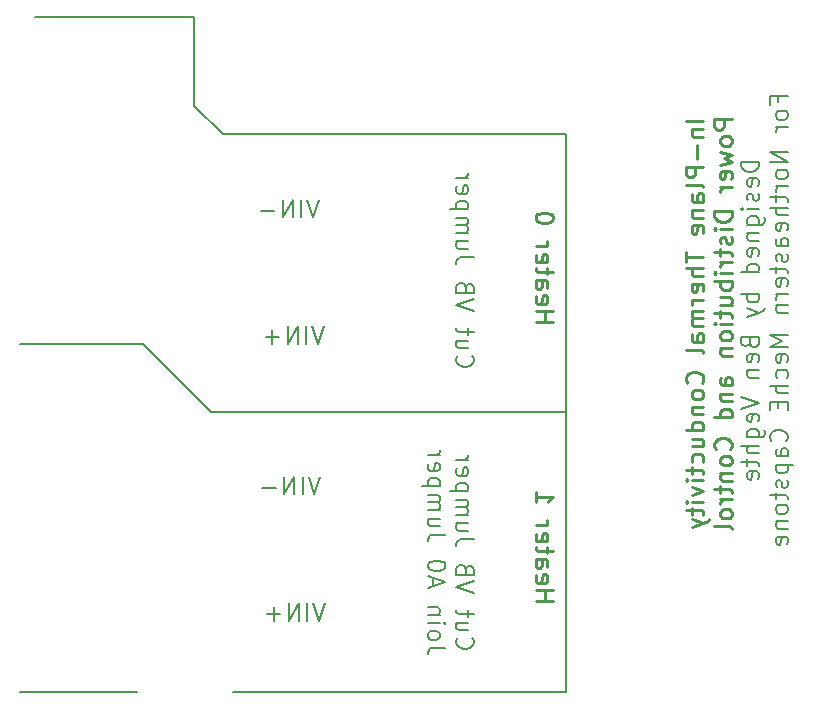
<source format=gbo>
G04 #@! TF.GenerationSoftware,KiCad,Pcbnew,7.0.8*
G04 #@! TF.CreationDate,2023-10-27T17:24:16-04:00*
G04 #@! TF.ProjectId,IPTC Power Distribution and Control,49505443-2050-46f7-9765-722044697374,rev?*
G04 #@! TF.SameCoordinates,Original*
G04 #@! TF.FileFunction,Legend,Bot*
G04 #@! TF.FilePolarity,Positive*
%FSLAX46Y46*%
G04 Gerber Fmt 4.6, Leading zero omitted, Abs format (unit mm)*
G04 Created by KiCad (PCBNEW 7.0.8) date 2023-10-27 17:24:16*
%MOMM*%
%LPD*%
G01*
G04 APERTURE LIST*
%ADD10C,0.150000*%
%ADD11C,0.250000*%
%ADD12C,2.200000*%
%ADD13R,1.700000X1.700000*%
%ADD14O,1.700000X1.700000*%
%ADD15C,1.803400*%
%ADD16C,2.540000*%
%ADD17C,1.778000*%
%ADD18O,4.400000X2.200000*%
%ADD19O,4.470400X2.286000*%
%ADD20R,2.000000X1.905000*%
%ADD21O,2.000000X1.905000*%
%ADD22O,2.286000X4.470400*%
G04 APERTURE END LIST*
D10*
X188087000Y-65532000D02*
X188087000Y-89027000D01*
X151765000Y-112776000D02*
X141859000Y-112776000D01*
X188087000Y-89027000D02*
X188087000Y-112776000D01*
X188087000Y-112776000D02*
X159893000Y-112776000D01*
X156591000Y-55626000D02*
X156591000Y-63119000D01*
X159004000Y-65532000D02*
X188087000Y-65532000D01*
X156591000Y-63119000D02*
X159004000Y-65532000D01*
X152273000Y-83312000D02*
X141859000Y-83312000D01*
X143129000Y-55626000D02*
X156591000Y-55626000D01*
X188087000Y-89027000D02*
X157988000Y-89027000D01*
X157988000Y-89027000D02*
X152273000Y-83312000D01*
X178919228Y-108179285D02*
X178847800Y-108250713D01*
X178847800Y-108250713D02*
X178776371Y-108464999D01*
X178776371Y-108464999D02*
X178776371Y-108607856D01*
X178776371Y-108607856D02*
X178847800Y-108822142D01*
X178847800Y-108822142D02*
X178990657Y-108964999D01*
X178990657Y-108964999D02*
X179133514Y-109036428D01*
X179133514Y-109036428D02*
X179419228Y-109107856D01*
X179419228Y-109107856D02*
X179633514Y-109107856D01*
X179633514Y-109107856D02*
X179919228Y-109036428D01*
X179919228Y-109036428D02*
X180062085Y-108964999D01*
X180062085Y-108964999D02*
X180204942Y-108822142D01*
X180204942Y-108822142D02*
X180276371Y-108607856D01*
X180276371Y-108607856D02*
X180276371Y-108464999D01*
X180276371Y-108464999D02*
X180204942Y-108250713D01*
X180204942Y-108250713D02*
X180133514Y-108179285D01*
X179776371Y-106893571D02*
X178776371Y-106893571D01*
X179776371Y-107536428D02*
X178990657Y-107536428D01*
X178990657Y-107536428D02*
X178847800Y-107464999D01*
X178847800Y-107464999D02*
X178776371Y-107322142D01*
X178776371Y-107322142D02*
X178776371Y-107107856D01*
X178776371Y-107107856D02*
X178847800Y-106964999D01*
X178847800Y-106964999D02*
X178919228Y-106893571D01*
X179776371Y-106393570D02*
X179776371Y-105822142D01*
X180276371Y-106179285D02*
X178990657Y-106179285D01*
X178990657Y-106179285D02*
X178847800Y-106107856D01*
X178847800Y-106107856D02*
X178776371Y-105964999D01*
X178776371Y-105964999D02*
X178776371Y-105822142D01*
X180276371Y-104393570D02*
X178776371Y-103893570D01*
X178776371Y-103893570D02*
X180276371Y-103393570D01*
X179562085Y-102393571D02*
X179490657Y-102179285D01*
X179490657Y-102179285D02*
X179419228Y-102107856D01*
X179419228Y-102107856D02*
X179276371Y-102036428D01*
X179276371Y-102036428D02*
X179062085Y-102036428D01*
X179062085Y-102036428D02*
X178919228Y-102107856D01*
X178919228Y-102107856D02*
X178847800Y-102179285D01*
X178847800Y-102179285D02*
X178776371Y-102322142D01*
X178776371Y-102322142D02*
X178776371Y-102893571D01*
X178776371Y-102893571D02*
X180276371Y-102893571D01*
X180276371Y-102893571D02*
X180276371Y-102393571D01*
X180276371Y-102393571D02*
X180204942Y-102250714D01*
X180204942Y-102250714D02*
X180133514Y-102179285D01*
X180133514Y-102179285D02*
X179990657Y-102107856D01*
X179990657Y-102107856D02*
X179847800Y-102107856D01*
X179847800Y-102107856D02*
X179704942Y-102179285D01*
X179704942Y-102179285D02*
X179633514Y-102250714D01*
X179633514Y-102250714D02*
X179562085Y-102393571D01*
X179562085Y-102393571D02*
X179562085Y-102893571D01*
X180276371Y-99822142D02*
X179204942Y-99822142D01*
X179204942Y-99822142D02*
X178990657Y-99893571D01*
X178990657Y-99893571D02*
X178847800Y-100036428D01*
X178847800Y-100036428D02*
X178776371Y-100250714D01*
X178776371Y-100250714D02*
X178776371Y-100393571D01*
X179776371Y-98465000D02*
X178776371Y-98465000D01*
X179776371Y-99107857D02*
X178990657Y-99107857D01*
X178990657Y-99107857D02*
X178847800Y-99036428D01*
X178847800Y-99036428D02*
X178776371Y-98893571D01*
X178776371Y-98893571D02*
X178776371Y-98679285D01*
X178776371Y-98679285D02*
X178847800Y-98536428D01*
X178847800Y-98536428D02*
X178919228Y-98465000D01*
X178776371Y-97750714D02*
X179776371Y-97750714D01*
X179633514Y-97750714D02*
X179704942Y-97679285D01*
X179704942Y-97679285D02*
X179776371Y-97536428D01*
X179776371Y-97536428D02*
X179776371Y-97322142D01*
X179776371Y-97322142D02*
X179704942Y-97179285D01*
X179704942Y-97179285D02*
X179562085Y-97107857D01*
X179562085Y-97107857D02*
X178776371Y-97107857D01*
X179562085Y-97107857D02*
X179704942Y-97036428D01*
X179704942Y-97036428D02*
X179776371Y-96893571D01*
X179776371Y-96893571D02*
X179776371Y-96679285D01*
X179776371Y-96679285D02*
X179704942Y-96536428D01*
X179704942Y-96536428D02*
X179562085Y-96464999D01*
X179562085Y-96464999D02*
X178776371Y-96464999D01*
X179776371Y-95750714D02*
X178276371Y-95750714D01*
X179704942Y-95750714D02*
X179776371Y-95607857D01*
X179776371Y-95607857D02*
X179776371Y-95322142D01*
X179776371Y-95322142D02*
X179704942Y-95179285D01*
X179704942Y-95179285D02*
X179633514Y-95107857D01*
X179633514Y-95107857D02*
X179490657Y-95036428D01*
X179490657Y-95036428D02*
X179062085Y-95036428D01*
X179062085Y-95036428D02*
X178919228Y-95107857D01*
X178919228Y-95107857D02*
X178847800Y-95179285D01*
X178847800Y-95179285D02*
X178776371Y-95322142D01*
X178776371Y-95322142D02*
X178776371Y-95607857D01*
X178776371Y-95607857D02*
X178847800Y-95750714D01*
X178847800Y-93822142D02*
X178776371Y-93964999D01*
X178776371Y-93964999D02*
X178776371Y-94250714D01*
X178776371Y-94250714D02*
X178847800Y-94393571D01*
X178847800Y-94393571D02*
X178990657Y-94464999D01*
X178990657Y-94464999D02*
X179562085Y-94464999D01*
X179562085Y-94464999D02*
X179704942Y-94393571D01*
X179704942Y-94393571D02*
X179776371Y-94250714D01*
X179776371Y-94250714D02*
X179776371Y-93964999D01*
X179776371Y-93964999D02*
X179704942Y-93822142D01*
X179704942Y-93822142D02*
X179562085Y-93750714D01*
X179562085Y-93750714D02*
X179419228Y-93750714D01*
X179419228Y-93750714D02*
X179276371Y-94464999D01*
X178776371Y-93107857D02*
X179776371Y-93107857D01*
X179490657Y-93107857D02*
X179633514Y-93036428D01*
X179633514Y-93036428D02*
X179704942Y-92965000D01*
X179704942Y-92965000D02*
X179776371Y-92822142D01*
X179776371Y-92822142D02*
X179776371Y-92679285D01*
X177861371Y-109000713D02*
X176789942Y-109000713D01*
X176789942Y-109000713D02*
X176575657Y-109072142D01*
X176575657Y-109072142D02*
X176432800Y-109214999D01*
X176432800Y-109214999D02*
X176361371Y-109429285D01*
X176361371Y-109429285D02*
X176361371Y-109572142D01*
X176361371Y-108072142D02*
X176432800Y-108214999D01*
X176432800Y-108214999D02*
X176504228Y-108286428D01*
X176504228Y-108286428D02*
X176647085Y-108357856D01*
X176647085Y-108357856D02*
X177075657Y-108357856D01*
X177075657Y-108357856D02*
X177218514Y-108286428D01*
X177218514Y-108286428D02*
X177289942Y-108214999D01*
X177289942Y-108214999D02*
X177361371Y-108072142D01*
X177361371Y-108072142D02*
X177361371Y-107857856D01*
X177361371Y-107857856D02*
X177289942Y-107714999D01*
X177289942Y-107714999D02*
X177218514Y-107643571D01*
X177218514Y-107643571D02*
X177075657Y-107572142D01*
X177075657Y-107572142D02*
X176647085Y-107572142D01*
X176647085Y-107572142D02*
X176504228Y-107643571D01*
X176504228Y-107643571D02*
X176432800Y-107714999D01*
X176432800Y-107714999D02*
X176361371Y-107857856D01*
X176361371Y-107857856D02*
X176361371Y-108072142D01*
X176361371Y-106929285D02*
X177361371Y-106929285D01*
X177861371Y-106929285D02*
X177789942Y-107000713D01*
X177789942Y-107000713D02*
X177718514Y-106929285D01*
X177718514Y-106929285D02*
X177789942Y-106857856D01*
X177789942Y-106857856D02*
X177861371Y-106929285D01*
X177861371Y-106929285D02*
X177718514Y-106929285D01*
X177361371Y-106214999D02*
X176361371Y-106214999D01*
X177218514Y-106214999D02*
X177289942Y-106143570D01*
X177289942Y-106143570D02*
X177361371Y-106000713D01*
X177361371Y-106000713D02*
X177361371Y-105786427D01*
X177361371Y-105786427D02*
X177289942Y-105643570D01*
X177289942Y-105643570D02*
X177147085Y-105572142D01*
X177147085Y-105572142D02*
X176361371Y-105572142D01*
X176789942Y-103786427D02*
X176789942Y-103072142D01*
X176361371Y-103929284D02*
X177861371Y-103429284D01*
X177861371Y-103429284D02*
X176361371Y-102929284D01*
X177861371Y-102143570D02*
X177861371Y-102000713D01*
X177861371Y-102000713D02*
X177789942Y-101857856D01*
X177789942Y-101857856D02*
X177718514Y-101786428D01*
X177718514Y-101786428D02*
X177575657Y-101714999D01*
X177575657Y-101714999D02*
X177289942Y-101643570D01*
X177289942Y-101643570D02*
X176932800Y-101643570D01*
X176932800Y-101643570D02*
X176647085Y-101714999D01*
X176647085Y-101714999D02*
X176504228Y-101786428D01*
X176504228Y-101786428D02*
X176432800Y-101857856D01*
X176432800Y-101857856D02*
X176361371Y-102000713D01*
X176361371Y-102000713D02*
X176361371Y-102143570D01*
X176361371Y-102143570D02*
X176432800Y-102286428D01*
X176432800Y-102286428D02*
X176504228Y-102357856D01*
X176504228Y-102357856D02*
X176647085Y-102429285D01*
X176647085Y-102429285D02*
X176932800Y-102500713D01*
X176932800Y-102500713D02*
X177289942Y-102500713D01*
X177289942Y-102500713D02*
X177575657Y-102429285D01*
X177575657Y-102429285D02*
X177718514Y-102357856D01*
X177718514Y-102357856D02*
X177789942Y-102286428D01*
X177789942Y-102286428D02*
X177861371Y-102143570D01*
X177861371Y-99429285D02*
X176789942Y-99429285D01*
X176789942Y-99429285D02*
X176575657Y-99500714D01*
X176575657Y-99500714D02*
X176432800Y-99643571D01*
X176432800Y-99643571D02*
X176361371Y-99857857D01*
X176361371Y-99857857D02*
X176361371Y-100000714D01*
X177361371Y-98072143D02*
X176361371Y-98072143D01*
X177361371Y-98715000D02*
X176575657Y-98715000D01*
X176575657Y-98715000D02*
X176432800Y-98643571D01*
X176432800Y-98643571D02*
X176361371Y-98500714D01*
X176361371Y-98500714D02*
X176361371Y-98286428D01*
X176361371Y-98286428D02*
X176432800Y-98143571D01*
X176432800Y-98143571D02*
X176504228Y-98072143D01*
X176361371Y-97357857D02*
X177361371Y-97357857D01*
X177218514Y-97357857D02*
X177289942Y-97286428D01*
X177289942Y-97286428D02*
X177361371Y-97143571D01*
X177361371Y-97143571D02*
X177361371Y-96929285D01*
X177361371Y-96929285D02*
X177289942Y-96786428D01*
X177289942Y-96786428D02*
X177147085Y-96715000D01*
X177147085Y-96715000D02*
X176361371Y-96715000D01*
X177147085Y-96715000D02*
X177289942Y-96643571D01*
X177289942Y-96643571D02*
X177361371Y-96500714D01*
X177361371Y-96500714D02*
X177361371Y-96286428D01*
X177361371Y-96286428D02*
X177289942Y-96143571D01*
X177289942Y-96143571D02*
X177147085Y-96072142D01*
X177147085Y-96072142D02*
X176361371Y-96072142D01*
X177361371Y-95357857D02*
X175861371Y-95357857D01*
X177289942Y-95357857D02*
X177361371Y-95215000D01*
X177361371Y-95215000D02*
X177361371Y-94929285D01*
X177361371Y-94929285D02*
X177289942Y-94786428D01*
X177289942Y-94786428D02*
X177218514Y-94715000D01*
X177218514Y-94715000D02*
X177075657Y-94643571D01*
X177075657Y-94643571D02*
X176647085Y-94643571D01*
X176647085Y-94643571D02*
X176504228Y-94715000D01*
X176504228Y-94715000D02*
X176432800Y-94786428D01*
X176432800Y-94786428D02*
X176361371Y-94929285D01*
X176361371Y-94929285D02*
X176361371Y-95215000D01*
X176361371Y-95215000D02*
X176432800Y-95357857D01*
X176432800Y-93429285D02*
X176361371Y-93572142D01*
X176361371Y-93572142D02*
X176361371Y-93857857D01*
X176361371Y-93857857D02*
X176432800Y-94000714D01*
X176432800Y-94000714D02*
X176575657Y-94072142D01*
X176575657Y-94072142D02*
X177147085Y-94072142D01*
X177147085Y-94072142D02*
X177289942Y-94000714D01*
X177289942Y-94000714D02*
X177361371Y-93857857D01*
X177361371Y-93857857D02*
X177361371Y-93572142D01*
X177361371Y-93572142D02*
X177289942Y-93429285D01*
X177289942Y-93429285D02*
X177147085Y-93357857D01*
X177147085Y-93357857D02*
X177004228Y-93357857D01*
X177004228Y-93357857D02*
X176861371Y-94072142D01*
X176361371Y-92715000D02*
X177361371Y-92715000D01*
X177075657Y-92715000D02*
X177218514Y-92643571D01*
X177218514Y-92643571D02*
X177289942Y-92572143D01*
X177289942Y-92572143D02*
X177361371Y-92429285D01*
X177361371Y-92429285D02*
X177361371Y-92286428D01*
X178919228Y-84303285D02*
X178847800Y-84374713D01*
X178847800Y-84374713D02*
X178776371Y-84588999D01*
X178776371Y-84588999D02*
X178776371Y-84731856D01*
X178776371Y-84731856D02*
X178847800Y-84946142D01*
X178847800Y-84946142D02*
X178990657Y-85088999D01*
X178990657Y-85088999D02*
X179133514Y-85160428D01*
X179133514Y-85160428D02*
X179419228Y-85231856D01*
X179419228Y-85231856D02*
X179633514Y-85231856D01*
X179633514Y-85231856D02*
X179919228Y-85160428D01*
X179919228Y-85160428D02*
X180062085Y-85088999D01*
X180062085Y-85088999D02*
X180204942Y-84946142D01*
X180204942Y-84946142D02*
X180276371Y-84731856D01*
X180276371Y-84731856D02*
X180276371Y-84588999D01*
X180276371Y-84588999D02*
X180204942Y-84374713D01*
X180204942Y-84374713D02*
X180133514Y-84303285D01*
X179776371Y-83017571D02*
X178776371Y-83017571D01*
X179776371Y-83660428D02*
X178990657Y-83660428D01*
X178990657Y-83660428D02*
X178847800Y-83588999D01*
X178847800Y-83588999D02*
X178776371Y-83446142D01*
X178776371Y-83446142D02*
X178776371Y-83231856D01*
X178776371Y-83231856D02*
X178847800Y-83088999D01*
X178847800Y-83088999D02*
X178919228Y-83017571D01*
X179776371Y-82517570D02*
X179776371Y-81946142D01*
X180276371Y-82303285D02*
X178990657Y-82303285D01*
X178990657Y-82303285D02*
X178847800Y-82231856D01*
X178847800Y-82231856D02*
X178776371Y-82088999D01*
X178776371Y-82088999D02*
X178776371Y-81946142D01*
X180276371Y-80517570D02*
X178776371Y-80017570D01*
X178776371Y-80017570D02*
X180276371Y-79517570D01*
X179562085Y-78517571D02*
X179490657Y-78303285D01*
X179490657Y-78303285D02*
X179419228Y-78231856D01*
X179419228Y-78231856D02*
X179276371Y-78160428D01*
X179276371Y-78160428D02*
X179062085Y-78160428D01*
X179062085Y-78160428D02*
X178919228Y-78231856D01*
X178919228Y-78231856D02*
X178847800Y-78303285D01*
X178847800Y-78303285D02*
X178776371Y-78446142D01*
X178776371Y-78446142D02*
X178776371Y-79017571D01*
X178776371Y-79017571D02*
X180276371Y-79017571D01*
X180276371Y-79017571D02*
X180276371Y-78517571D01*
X180276371Y-78517571D02*
X180204942Y-78374714D01*
X180204942Y-78374714D02*
X180133514Y-78303285D01*
X180133514Y-78303285D02*
X179990657Y-78231856D01*
X179990657Y-78231856D02*
X179847800Y-78231856D01*
X179847800Y-78231856D02*
X179704942Y-78303285D01*
X179704942Y-78303285D02*
X179633514Y-78374714D01*
X179633514Y-78374714D02*
X179562085Y-78517571D01*
X179562085Y-78517571D02*
X179562085Y-79017571D01*
X180276371Y-75946142D02*
X179204942Y-75946142D01*
X179204942Y-75946142D02*
X178990657Y-76017571D01*
X178990657Y-76017571D02*
X178847800Y-76160428D01*
X178847800Y-76160428D02*
X178776371Y-76374714D01*
X178776371Y-76374714D02*
X178776371Y-76517571D01*
X179776371Y-74589000D02*
X178776371Y-74589000D01*
X179776371Y-75231857D02*
X178990657Y-75231857D01*
X178990657Y-75231857D02*
X178847800Y-75160428D01*
X178847800Y-75160428D02*
X178776371Y-75017571D01*
X178776371Y-75017571D02*
X178776371Y-74803285D01*
X178776371Y-74803285D02*
X178847800Y-74660428D01*
X178847800Y-74660428D02*
X178919228Y-74589000D01*
X178776371Y-73874714D02*
X179776371Y-73874714D01*
X179633514Y-73874714D02*
X179704942Y-73803285D01*
X179704942Y-73803285D02*
X179776371Y-73660428D01*
X179776371Y-73660428D02*
X179776371Y-73446142D01*
X179776371Y-73446142D02*
X179704942Y-73303285D01*
X179704942Y-73303285D02*
X179562085Y-73231857D01*
X179562085Y-73231857D02*
X178776371Y-73231857D01*
X179562085Y-73231857D02*
X179704942Y-73160428D01*
X179704942Y-73160428D02*
X179776371Y-73017571D01*
X179776371Y-73017571D02*
X179776371Y-72803285D01*
X179776371Y-72803285D02*
X179704942Y-72660428D01*
X179704942Y-72660428D02*
X179562085Y-72588999D01*
X179562085Y-72588999D02*
X178776371Y-72588999D01*
X179776371Y-71874714D02*
X178276371Y-71874714D01*
X179704942Y-71874714D02*
X179776371Y-71731857D01*
X179776371Y-71731857D02*
X179776371Y-71446142D01*
X179776371Y-71446142D02*
X179704942Y-71303285D01*
X179704942Y-71303285D02*
X179633514Y-71231857D01*
X179633514Y-71231857D02*
X179490657Y-71160428D01*
X179490657Y-71160428D02*
X179062085Y-71160428D01*
X179062085Y-71160428D02*
X178919228Y-71231857D01*
X178919228Y-71231857D02*
X178847800Y-71303285D01*
X178847800Y-71303285D02*
X178776371Y-71446142D01*
X178776371Y-71446142D02*
X178776371Y-71731857D01*
X178776371Y-71731857D02*
X178847800Y-71874714D01*
X178847800Y-69946142D02*
X178776371Y-70088999D01*
X178776371Y-70088999D02*
X178776371Y-70374714D01*
X178776371Y-70374714D02*
X178847800Y-70517571D01*
X178847800Y-70517571D02*
X178990657Y-70588999D01*
X178990657Y-70588999D02*
X179562085Y-70588999D01*
X179562085Y-70588999D02*
X179704942Y-70517571D01*
X179704942Y-70517571D02*
X179776371Y-70374714D01*
X179776371Y-70374714D02*
X179776371Y-70088999D01*
X179776371Y-70088999D02*
X179704942Y-69946142D01*
X179704942Y-69946142D02*
X179562085Y-69874714D01*
X179562085Y-69874714D02*
X179419228Y-69874714D01*
X179419228Y-69874714D02*
X179276371Y-70588999D01*
X178776371Y-69231857D02*
X179776371Y-69231857D01*
X179490657Y-69231857D02*
X179633514Y-69160428D01*
X179633514Y-69160428D02*
X179704942Y-69089000D01*
X179704942Y-69089000D02*
X179776371Y-68946142D01*
X179776371Y-68946142D02*
X179776371Y-68803285D01*
X204403628Y-67851428D02*
X202903628Y-67851428D01*
X202903628Y-67851428D02*
X202903628Y-68208571D01*
X202903628Y-68208571D02*
X202975057Y-68422857D01*
X202975057Y-68422857D02*
X203117914Y-68565714D01*
X203117914Y-68565714D02*
X203260771Y-68637143D01*
X203260771Y-68637143D02*
X203546485Y-68708571D01*
X203546485Y-68708571D02*
X203760771Y-68708571D01*
X203760771Y-68708571D02*
X204046485Y-68637143D01*
X204046485Y-68637143D02*
X204189342Y-68565714D01*
X204189342Y-68565714D02*
X204332200Y-68422857D01*
X204332200Y-68422857D02*
X204403628Y-68208571D01*
X204403628Y-68208571D02*
X204403628Y-67851428D01*
X204332200Y-69922857D02*
X204403628Y-69780000D01*
X204403628Y-69780000D02*
X204403628Y-69494286D01*
X204403628Y-69494286D02*
X204332200Y-69351428D01*
X204332200Y-69351428D02*
X204189342Y-69280000D01*
X204189342Y-69280000D02*
X203617914Y-69280000D01*
X203617914Y-69280000D02*
X203475057Y-69351428D01*
X203475057Y-69351428D02*
X203403628Y-69494286D01*
X203403628Y-69494286D02*
X203403628Y-69780000D01*
X203403628Y-69780000D02*
X203475057Y-69922857D01*
X203475057Y-69922857D02*
X203617914Y-69994286D01*
X203617914Y-69994286D02*
X203760771Y-69994286D01*
X203760771Y-69994286D02*
X203903628Y-69280000D01*
X204332200Y-70565714D02*
X204403628Y-70708571D01*
X204403628Y-70708571D02*
X204403628Y-70994285D01*
X204403628Y-70994285D02*
X204332200Y-71137142D01*
X204332200Y-71137142D02*
X204189342Y-71208571D01*
X204189342Y-71208571D02*
X204117914Y-71208571D01*
X204117914Y-71208571D02*
X203975057Y-71137142D01*
X203975057Y-71137142D02*
X203903628Y-70994285D01*
X203903628Y-70994285D02*
X203903628Y-70780000D01*
X203903628Y-70780000D02*
X203832200Y-70637142D01*
X203832200Y-70637142D02*
X203689342Y-70565714D01*
X203689342Y-70565714D02*
X203617914Y-70565714D01*
X203617914Y-70565714D02*
X203475057Y-70637142D01*
X203475057Y-70637142D02*
X203403628Y-70780000D01*
X203403628Y-70780000D02*
X203403628Y-70994285D01*
X203403628Y-70994285D02*
X203475057Y-71137142D01*
X204403628Y-71851428D02*
X203403628Y-71851428D01*
X202903628Y-71851428D02*
X202975057Y-71780000D01*
X202975057Y-71780000D02*
X203046485Y-71851428D01*
X203046485Y-71851428D02*
X202975057Y-71922857D01*
X202975057Y-71922857D02*
X202903628Y-71851428D01*
X202903628Y-71851428D02*
X203046485Y-71851428D01*
X203403628Y-73208572D02*
X204617914Y-73208572D01*
X204617914Y-73208572D02*
X204760771Y-73137143D01*
X204760771Y-73137143D02*
X204832200Y-73065714D01*
X204832200Y-73065714D02*
X204903628Y-72922857D01*
X204903628Y-72922857D02*
X204903628Y-72708572D01*
X204903628Y-72708572D02*
X204832200Y-72565714D01*
X204332200Y-73208572D02*
X204403628Y-73065714D01*
X204403628Y-73065714D02*
X204403628Y-72780000D01*
X204403628Y-72780000D02*
X204332200Y-72637143D01*
X204332200Y-72637143D02*
X204260771Y-72565714D01*
X204260771Y-72565714D02*
X204117914Y-72494286D01*
X204117914Y-72494286D02*
X203689342Y-72494286D01*
X203689342Y-72494286D02*
X203546485Y-72565714D01*
X203546485Y-72565714D02*
X203475057Y-72637143D01*
X203475057Y-72637143D02*
X203403628Y-72780000D01*
X203403628Y-72780000D02*
X203403628Y-73065714D01*
X203403628Y-73065714D02*
X203475057Y-73208572D01*
X203403628Y-73922857D02*
X204403628Y-73922857D01*
X203546485Y-73922857D02*
X203475057Y-73994286D01*
X203475057Y-73994286D02*
X203403628Y-74137143D01*
X203403628Y-74137143D02*
X203403628Y-74351429D01*
X203403628Y-74351429D02*
X203475057Y-74494286D01*
X203475057Y-74494286D02*
X203617914Y-74565715D01*
X203617914Y-74565715D02*
X204403628Y-74565715D01*
X204332200Y-75851429D02*
X204403628Y-75708572D01*
X204403628Y-75708572D02*
X204403628Y-75422858D01*
X204403628Y-75422858D02*
X204332200Y-75280000D01*
X204332200Y-75280000D02*
X204189342Y-75208572D01*
X204189342Y-75208572D02*
X203617914Y-75208572D01*
X203617914Y-75208572D02*
X203475057Y-75280000D01*
X203475057Y-75280000D02*
X203403628Y-75422858D01*
X203403628Y-75422858D02*
X203403628Y-75708572D01*
X203403628Y-75708572D02*
X203475057Y-75851429D01*
X203475057Y-75851429D02*
X203617914Y-75922858D01*
X203617914Y-75922858D02*
X203760771Y-75922858D01*
X203760771Y-75922858D02*
X203903628Y-75208572D01*
X204403628Y-77208572D02*
X202903628Y-77208572D01*
X204332200Y-77208572D02*
X204403628Y-77065714D01*
X204403628Y-77065714D02*
X204403628Y-76780000D01*
X204403628Y-76780000D02*
X204332200Y-76637143D01*
X204332200Y-76637143D02*
X204260771Y-76565714D01*
X204260771Y-76565714D02*
X204117914Y-76494286D01*
X204117914Y-76494286D02*
X203689342Y-76494286D01*
X203689342Y-76494286D02*
X203546485Y-76565714D01*
X203546485Y-76565714D02*
X203475057Y-76637143D01*
X203475057Y-76637143D02*
X203403628Y-76780000D01*
X203403628Y-76780000D02*
X203403628Y-77065714D01*
X203403628Y-77065714D02*
X203475057Y-77208572D01*
X204403628Y-79065714D02*
X202903628Y-79065714D01*
X203475057Y-79065714D02*
X203403628Y-79208572D01*
X203403628Y-79208572D02*
X203403628Y-79494286D01*
X203403628Y-79494286D02*
X203475057Y-79637143D01*
X203475057Y-79637143D02*
X203546485Y-79708572D01*
X203546485Y-79708572D02*
X203689342Y-79780000D01*
X203689342Y-79780000D02*
X204117914Y-79780000D01*
X204117914Y-79780000D02*
X204260771Y-79708572D01*
X204260771Y-79708572D02*
X204332200Y-79637143D01*
X204332200Y-79637143D02*
X204403628Y-79494286D01*
X204403628Y-79494286D02*
X204403628Y-79208572D01*
X204403628Y-79208572D02*
X204332200Y-79065714D01*
X203403628Y-80280000D02*
X204403628Y-80637143D01*
X203403628Y-80994286D02*
X204403628Y-80637143D01*
X204403628Y-80637143D02*
X204760771Y-80494286D01*
X204760771Y-80494286D02*
X204832200Y-80422857D01*
X204832200Y-80422857D02*
X204903628Y-80280000D01*
X203617914Y-83208571D02*
X203689342Y-83422857D01*
X203689342Y-83422857D02*
X203760771Y-83494286D01*
X203760771Y-83494286D02*
X203903628Y-83565714D01*
X203903628Y-83565714D02*
X204117914Y-83565714D01*
X204117914Y-83565714D02*
X204260771Y-83494286D01*
X204260771Y-83494286D02*
X204332200Y-83422857D01*
X204332200Y-83422857D02*
X204403628Y-83280000D01*
X204403628Y-83280000D02*
X204403628Y-82708571D01*
X204403628Y-82708571D02*
X202903628Y-82708571D01*
X202903628Y-82708571D02*
X202903628Y-83208571D01*
X202903628Y-83208571D02*
X202975057Y-83351429D01*
X202975057Y-83351429D02*
X203046485Y-83422857D01*
X203046485Y-83422857D02*
X203189342Y-83494286D01*
X203189342Y-83494286D02*
X203332200Y-83494286D01*
X203332200Y-83494286D02*
X203475057Y-83422857D01*
X203475057Y-83422857D02*
X203546485Y-83351429D01*
X203546485Y-83351429D02*
X203617914Y-83208571D01*
X203617914Y-83208571D02*
X203617914Y-82708571D01*
X204332200Y-84780000D02*
X204403628Y-84637143D01*
X204403628Y-84637143D02*
X204403628Y-84351429D01*
X204403628Y-84351429D02*
X204332200Y-84208571D01*
X204332200Y-84208571D02*
X204189342Y-84137143D01*
X204189342Y-84137143D02*
X203617914Y-84137143D01*
X203617914Y-84137143D02*
X203475057Y-84208571D01*
X203475057Y-84208571D02*
X203403628Y-84351429D01*
X203403628Y-84351429D02*
X203403628Y-84637143D01*
X203403628Y-84637143D02*
X203475057Y-84780000D01*
X203475057Y-84780000D02*
X203617914Y-84851429D01*
X203617914Y-84851429D02*
X203760771Y-84851429D01*
X203760771Y-84851429D02*
X203903628Y-84137143D01*
X203403628Y-85494285D02*
X204403628Y-85494285D01*
X203546485Y-85494285D02*
X203475057Y-85565714D01*
X203475057Y-85565714D02*
X203403628Y-85708571D01*
X203403628Y-85708571D02*
X203403628Y-85922857D01*
X203403628Y-85922857D02*
X203475057Y-86065714D01*
X203475057Y-86065714D02*
X203617914Y-86137143D01*
X203617914Y-86137143D02*
X204403628Y-86137143D01*
X202903628Y-87780000D02*
X204403628Y-88280000D01*
X204403628Y-88280000D02*
X202903628Y-88780000D01*
X204332200Y-89851428D02*
X204403628Y-89708571D01*
X204403628Y-89708571D02*
X204403628Y-89422857D01*
X204403628Y-89422857D02*
X204332200Y-89279999D01*
X204332200Y-89279999D02*
X204189342Y-89208571D01*
X204189342Y-89208571D02*
X203617914Y-89208571D01*
X203617914Y-89208571D02*
X203475057Y-89279999D01*
X203475057Y-89279999D02*
X203403628Y-89422857D01*
X203403628Y-89422857D02*
X203403628Y-89708571D01*
X203403628Y-89708571D02*
X203475057Y-89851428D01*
X203475057Y-89851428D02*
X203617914Y-89922857D01*
X203617914Y-89922857D02*
X203760771Y-89922857D01*
X203760771Y-89922857D02*
X203903628Y-89208571D01*
X203403628Y-91208571D02*
X204617914Y-91208571D01*
X204617914Y-91208571D02*
X204760771Y-91137142D01*
X204760771Y-91137142D02*
X204832200Y-91065713D01*
X204832200Y-91065713D02*
X204903628Y-90922856D01*
X204903628Y-90922856D02*
X204903628Y-90708571D01*
X204903628Y-90708571D02*
X204832200Y-90565713D01*
X204332200Y-91208571D02*
X204403628Y-91065713D01*
X204403628Y-91065713D02*
X204403628Y-90779999D01*
X204403628Y-90779999D02*
X204332200Y-90637142D01*
X204332200Y-90637142D02*
X204260771Y-90565713D01*
X204260771Y-90565713D02*
X204117914Y-90494285D01*
X204117914Y-90494285D02*
X203689342Y-90494285D01*
X203689342Y-90494285D02*
X203546485Y-90565713D01*
X203546485Y-90565713D02*
X203475057Y-90637142D01*
X203475057Y-90637142D02*
X203403628Y-90779999D01*
X203403628Y-90779999D02*
X203403628Y-91065713D01*
X203403628Y-91065713D02*
X203475057Y-91208571D01*
X204403628Y-91922856D02*
X202903628Y-91922856D01*
X204403628Y-92565714D02*
X203617914Y-92565714D01*
X203617914Y-92565714D02*
X203475057Y-92494285D01*
X203475057Y-92494285D02*
X203403628Y-92351428D01*
X203403628Y-92351428D02*
X203403628Y-92137142D01*
X203403628Y-92137142D02*
X203475057Y-91994285D01*
X203475057Y-91994285D02*
X203546485Y-91922856D01*
X203403628Y-93065714D02*
X203403628Y-93637142D01*
X202903628Y-93279999D02*
X204189342Y-93279999D01*
X204189342Y-93279999D02*
X204332200Y-93351428D01*
X204332200Y-93351428D02*
X204403628Y-93494285D01*
X204403628Y-93494285D02*
X204403628Y-93637142D01*
X204332200Y-94708571D02*
X204403628Y-94565714D01*
X204403628Y-94565714D02*
X204403628Y-94280000D01*
X204403628Y-94280000D02*
X204332200Y-94137142D01*
X204332200Y-94137142D02*
X204189342Y-94065714D01*
X204189342Y-94065714D02*
X203617914Y-94065714D01*
X203617914Y-94065714D02*
X203475057Y-94137142D01*
X203475057Y-94137142D02*
X203403628Y-94280000D01*
X203403628Y-94280000D02*
X203403628Y-94565714D01*
X203403628Y-94565714D02*
X203475057Y-94708571D01*
X203475057Y-94708571D02*
X203617914Y-94780000D01*
X203617914Y-94780000D02*
X203760771Y-94780000D01*
X203760771Y-94780000D02*
X203903628Y-94065714D01*
X206032914Y-62815714D02*
X206032914Y-62315714D01*
X206818628Y-62315714D02*
X205318628Y-62315714D01*
X205318628Y-62315714D02*
X205318628Y-63030000D01*
X206818628Y-63815714D02*
X206747200Y-63672857D01*
X206747200Y-63672857D02*
X206675771Y-63601428D01*
X206675771Y-63601428D02*
X206532914Y-63530000D01*
X206532914Y-63530000D02*
X206104342Y-63530000D01*
X206104342Y-63530000D02*
X205961485Y-63601428D01*
X205961485Y-63601428D02*
X205890057Y-63672857D01*
X205890057Y-63672857D02*
X205818628Y-63815714D01*
X205818628Y-63815714D02*
X205818628Y-64030000D01*
X205818628Y-64030000D02*
X205890057Y-64172857D01*
X205890057Y-64172857D02*
X205961485Y-64244286D01*
X205961485Y-64244286D02*
X206104342Y-64315714D01*
X206104342Y-64315714D02*
X206532914Y-64315714D01*
X206532914Y-64315714D02*
X206675771Y-64244286D01*
X206675771Y-64244286D02*
X206747200Y-64172857D01*
X206747200Y-64172857D02*
X206818628Y-64030000D01*
X206818628Y-64030000D02*
X206818628Y-63815714D01*
X206818628Y-64958571D02*
X205818628Y-64958571D01*
X206104342Y-64958571D02*
X205961485Y-65030000D01*
X205961485Y-65030000D02*
X205890057Y-65101429D01*
X205890057Y-65101429D02*
X205818628Y-65244286D01*
X205818628Y-65244286D02*
X205818628Y-65387143D01*
X206818628Y-67029999D02*
X205318628Y-67029999D01*
X205318628Y-67029999D02*
X206818628Y-67887142D01*
X206818628Y-67887142D02*
X205318628Y-67887142D01*
X206818628Y-68815714D02*
X206747200Y-68672857D01*
X206747200Y-68672857D02*
X206675771Y-68601428D01*
X206675771Y-68601428D02*
X206532914Y-68530000D01*
X206532914Y-68530000D02*
X206104342Y-68530000D01*
X206104342Y-68530000D02*
X205961485Y-68601428D01*
X205961485Y-68601428D02*
X205890057Y-68672857D01*
X205890057Y-68672857D02*
X205818628Y-68815714D01*
X205818628Y-68815714D02*
X205818628Y-69030000D01*
X205818628Y-69030000D02*
X205890057Y-69172857D01*
X205890057Y-69172857D02*
X205961485Y-69244286D01*
X205961485Y-69244286D02*
X206104342Y-69315714D01*
X206104342Y-69315714D02*
X206532914Y-69315714D01*
X206532914Y-69315714D02*
X206675771Y-69244286D01*
X206675771Y-69244286D02*
X206747200Y-69172857D01*
X206747200Y-69172857D02*
X206818628Y-69030000D01*
X206818628Y-69030000D02*
X206818628Y-68815714D01*
X206818628Y-69958571D02*
X205818628Y-69958571D01*
X206104342Y-69958571D02*
X205961485Y-70030000D01*
X205961485Y-70030000D02*
X205890057Y-70101429D01*
X205890057Y-70101429D02*
X205818628Y-70244286D01*
X205818628Y-70244286D02*
X205818628Y-70387143D01*
X205818628Y-70672857D02*
X205818628Y-71244285D01*
X205318628Y-70887142D02*
X206604342Y-70887142D01*
X206604342Y-70887142D02*
X206747200Y-70958571D01*
X206747200Y-70958571D02*
X206818628Y-71101428D01*
X206818628Y-71101428D02*
X206818628Y-71244285D01*
X206818628Y-71744285D02*
X205318628Y-71744285D01*
X206818628Y-72387143D02*
X206032914Y-72387143D01*
X206032914Y-72387143D02*
X205890057Y-72315714D01*
X205890057Y-72315714D02*
X205818628Y-72172857D01*
X205818628Y-72172857D02*
X205818628Y-71958571D01*
X205818628Y-71958571D02*
X205890057Y-71815714D01*
X205890057Y-71815714D02*
X205961485Y-71744285D01*
X206747200Y-73672857D02*
X206818628Y-73530000D01*
X206818628Y-73530000D02*
X206818628Y-73244286D01*
X206818628Y-73244286D02*
X206747200Y-73101428D01*
X206747200Y-73101428D02*
X206604342Y-73030000D01*
X206604342Y-73030000D02*
X206032914Y-73030000D01*
X206032914Y-73030000D02*
X205890057Y-73101428D01*
X205890057Y-73101428D02*
X205818628Y-73244286D01*
X205818628Y-73244286D02*
X205818628Y-73530000D01*
X205818628Y-73530000D02*
X205890057Y-73672857D01*
X205890057Y-73672857D02*
X206032914Y-73744286D01*
X206032914Y-73744286D02*
X206175771Y-73744286D01*
X206175771Y-73744286D02*
X206318628Y-73030000D01*
X206818628Y-75030000D02*
X206032914Y-75030000D01*
X206032914Y-75030000D02*
X205890057Y-74958571D01*
X205890057Y-74958571D02*
X205818628Y-74815714D01*
X205818628Y-74815714D02*
X205818628Y-74530000D01*
X205818628Y-74530000D02*
X205890057Y-74387142D01*
X206747200Y-75030000D02*
X206818628Y-74887142D01*
X206818628Y-74887142D02*
X206818628Y-74530000D01*
X206818628Y-74530000D02*
X206747200Y-74387142D01*
X206747200Y-74387142D02*
X206604342Y-74315714D01*
X206604342Y-74315714D02*
X206461485Y-74315714D01*
X206461485Y-74315714D02*
X206318628Y-74387142D01*
X206318628Y-74387142D02*
X206247200Y-74530000D01*
X206247200Y-74530000D02*
X206247200Y-74887142D01*
X206247200Y-74887142D02*
X206175771Y-75030000D01*
X206747200Y-75672857D02*
X206818628Y-75815714D01*
X206818628Y-75815714D02*
X206818628Y-76101428D01*
X206818628Y-76101428D02*
X206747200Y-76244285D01*
X206747200Y-76244285D02*
X206604342Y-76315714D01*
X206604342Y-76315714D02*
X206532914Y-76315714D01*
X206532914Y-76315714D02*
X206390057Y-76244285D01*
X206390057Y-76244285D02*
X206318628Y-76101428D01*
X206318628Y-76101428D02*
X206318628Y-75887143D01*
X206318628Y-75887143D02*
X206247200Y-75744285D01*
X206247200Y-75744285D02*
X206104342Y-75672857D01*
X206104342Y-75672857D02*
X206032914Y-75672857D01*
X206032914Y-75672857D02*
X205890057Y-75744285D01*
X205890057Y-75744285D02*
X205818628Y-75887143D01*
X205818628Y-75887143D02*
X205818628Y-76101428D01*
X205818628Y-76101428D02*
X205890057Y-76244285D01*
X205818628Y-76744286D02*
X205818628Y-77315714D01*
X205318628Y-76958571D02*
X206604342Y-76958571D01*
X206604342Y-76958571D02*
X206747200Y-77030000D01*
X206747200Y-77030000D02*
X206818628Y-77172857D01*
X206818628Y-77172857D02*
X206818628Y-77315714D01*
X206747200Y-78387143D02*
X206818628Y-78244286D01*
X206818628Y-78244286D02*
X206818628Y-77958572D01*
X206818628Y-77958572D02*
X206747200Y-77815714D01*
X206747200Y-77815714D02*
X206604342Y-77744286D01*
X206604342Y-77744286D02*
X206032914Y-77744286D01*
X206032914Y-77744286D02*
X205890057Y-77815714D01*
X205890057Y-77815714D02*
X205818628Y-77958572D01*
X205818628Y-77958572D02*
X205818628Y-78244286D01*
X205818628Y-78244286D02*
X205890057Y-78387143D01*
X205890057Y-78387143D02*
X206032914Y-78458572D01*
X206032914Y-78458572D02*
X206175771Y-78458572D01*
X206175771Y-78458572D02*
X206318628Y-77744286D01*
X206818628Y-79101428D02*
X205818628Y-79101428D01*
X206104342Y-79101428D02*
X205961485Y-79172857D01*
X205961485Y-79172857D02*
X205890057Y-79244286D01*
X205890057Y-79244286D02*
X205818628Y-79387143D01*
X205818628Y-79387143D02*
X205818628Y-79530000D01*
X205818628Y-80029999D02*
X206818628Y-80029999D01*
X205961485Y-80029999D02*
X205890057Y-80101428D01*
X205890057Y-80101428D02*
X205818628Y-80244285D01*
X205818628Y-80244285D02*
X205818628Y-80458571D01*
X205818628Y-80458571D02*
X205890057Y-80601428D01*
X205890057Y-80601428D02*
X206032914Y-80672857D01*
X206032914Y-80672857D02*
X206818628Y-80672857D01*
X206818628Y-82529999D02*
X205318628Y-82529999D01*
X205318628Y-82529999D02*
X206390057Y-83029999D01*
X206390057Y-83029999D02*
X205318628Y-83529999D01*
X205318628Y-83529999D02*
X206818628Y-83529999D01*
X206747200Y-84815714D02*
X206818628Y-84672857D01*
X206818628Y-84672857D02*
X206818628Y-84387143D01*
X206818628Y-84387143D02*
X206747200Y-84244285D01*
X206747200Y-84244285D02*
X206604342Y-84172857D01*
X206604342Y-84172857D02*
X206032914Y-84172857D01*
X206032914Y-84172857D02*
X205890057Y-84244285D01*
X205890057Y-84244285D02*
X205818628Y-84387143D01*
X205818628Y-84387143D02*
X205818628Y-84672857D01*
X205818628Y-84672857D02*
X205890057Y-84815714D01*
X205890057Y-84815714D02*
X206032914Y-84887143D01*
X206032914Y-84887143D02*
X206175771Y-84887143D01*
X206175771Y-84887143D02*
X206318628Y-84172857D01*
X206747200Y-86172857D02*
X206818628Y-86029999D01*
X206818628Y-86029999D02*
X206818628Y-85744285D01*
X206818628Y-85744285D02*
X206747200Y-85601428D01*
X206747200Y-85601428D02*
X206675771Y-85529999D01*
X206675771Y-85529999D02*
X206532914Y-85458571D01*
X206532914Y-85458571D02*
X206104342Y-85458571D01*
X206104342Y-85458571D02*
X205961485Y-85529999D01*
X205961485Y-85529999D02*
X205890057Y-85601428D01*
X205890057Y-85601428D02*
X205818628Y-85744285D01*
X205818628Y-85744285D02*
X205818628Y-86029999D01*
X205818628Y-86029999D02*
X205890057Y-86172857D01*
X206818628Y-86815713D02*
X205318628Y-86815713D01*
X206818628Y-87458571D02*
X206032914Y-87458571D01*
X206032914Y-87458571D02*
X205890057Y-87387142D01*
X205890057Y-87387142D02*
X205818628Y-87244285D01*
X205818628Y-87244285D02*
X205818628Y-87029999D01*
X205818628Y-87029999D02*
X205890057Y-86887142D01*
X205890057Y-86887142D02*
X205961485Y-86815713D01*
X206032914Y-88172856D02*
X206032914Y-88672856D01*
X206818628Y-88887142D02*
X206818628Y-88172856D01*
X206818628Y-88172856D02*
X205318628Y-88172856D01*
X205318628Y-88172856D02*
X205318628Y-88887142D01*
X206675771Y-91529999D02*
X206747200Y-91458571D01*
X206747200Y-91458571D02*
X206818628Y-91244285D01*
X206818628Y-91244285D02*
X206818628Y-91101428D01*
X206818628Y-91101428D02*
X206747200Y-90887142D01*
X206747200Y-90887142D02*
X206604342Y-90744285D01*
X206604342Y-90744285D02*
X206461485Y-90672856D01*
X206461485Y-90672856D02*
X206175771Y-90601428D01*
X206175771Y-90601428D02*
X205961485Y-90601428D01*
X205961485Y-90601428D02*
X205675771Y-90672856D01*
X205675771Y-90672856D02*
X205532914Y-90744285D01*
X205532914Y-90744285D02*
X205390057Y-90887142D01*
X205390057Y-90887142D02*
X205318628Y-91101428D01*
X205318628Y-91101428D02*
X205318628Y-91244285D01*
X205318628Y-91244285D02*
X205390057Y-91458571D01*
X205390057Y-91458571D02*
X205461485Y-91529999D01*
X206818628Y-92815714D02*
X206032914Y-92815714D01*
X206032914Y-92815714D02*
X205890057Y-92744285D01*
X205890057Y-92744285D02*
X205818628Y-92601428D01*
X205818628Y-92601428D02*
X205818628Y-92315714D01*
X205818628Y-92315714D02*
X205890057Y-92172856D01*
X206747200Y-92815714D02*
X206818628Y-92672856D01*
X206818628Y-92672856D02*
X206818628Y-92315714D01*
X206818628Y-92315714D02*
X206747200Y-92172856D01*
X206747200Y-92172856D02*
X206604342Y-92101428D01*
X206604342Y-92101428D02*
X206461485Y-92101428D01*
X206461485Y-92101428D02*
X206318628Y-92172856D01*
X206318628Y-92172856D02*
X206247200Y-92315714D01*
X206247200Y-92315714D02*
X206247200Y-92672856D01*
X206247200Y-92672856D02*
X206175771Y-92815714D01*
X205818628Y-93529999D02*
X207318628Y-93529999D01*
X205890057Y-93529999D02*
X205818628Y-93672857D01*
X205818628Y-93672857D02*
X205818628Y-93958571D01*
X205818628Y-93958571D02*
X205890057Y-94101428D01*
X205890057Y-94101428D02*
X205961485Y-94172857D01*
X205961485Y-94172857D02*
X206104342Y-94244285D01*
X206104342Y-94244285D02*
X206532914Y-94244285D01*
X206532914Y-94244285D02*
X206675771Y-94172857D01*
X206675771Y-94172857D02*
X206747200Y-94101428D01*
X206747200Y-94101428D02*
X206818628Y-93958571D01*
X206818628Y-93958571D02*
X206818628Y-93672857D01*
X206818628Y-93672857D02*
X206747200Y-93529999D01*
X206747200Y-94815714D02*
X206818628Y-94958571D01*
X206818628Y-94958571D02*
X206818628Y-95244285D01*
X206818628Y-95244285D02*
X206747200Y-95387142D01*
X206747200Y-95387142D02*
X206604342Y-95458571D01*
X206604342Y-95458571D02*
X206532914Y-95458571D01*
X206532914Y-95458571D02*
X206390057Y-95387142D01*
X206390057Y-95387142D02*
X206318628Y-95244285D01*
X206318628Y-95244285D02*
X206318628Y-95030000D01*
X206318628Y-95030000D02*
X206247200Y-94887142D01*
X206247200Y-94887142D02*
X206104342Y-94815714D01*
X206104342Y-94815714D02*
X206032914Y-94815714D01*
X206032914Y-94815714D02*
X205890057Y-94887142D01*
X205890057Y-94887142D02*
X205818628Y-95030000D01*
X205818628Y-95030000D02*
X205818628Y-95244285D01*
X205818628Y-95244285D02*
X205890057Y-95387142D01*
X205818628Y-95887143D02*
X205818628Y-96458571D01*
X205318628Y-96101428D02*
X206604342Y-96101428D01*
X206604342Y-96101428D02*
X206747200Y-96172857D01*
X206747200Y-96172857D02*
X206818628Y-96315714D01*
X206818628Y-96315714D02*
X206818628Y-96458571D01*
X206818628Y-97172857D02*
X206747200Y-97030000D01*
X206747200Y-97030000D02*
X206675771Y-96958571D01*
X206675771Y-96958571D02*
X206532914Y-96887143D01*
X206532914Y-96887143D02*
X206104342Y-96887143D01*
X206104342Y-96887143D02*
X205961485Y-96958571D01*
X205961485Y-96958571D02*
X205890057Y-97030000D01*
X205890057Y-97030000D02*
X205818628Y-97172857D01*
X205818628Y-97172857D02*
X205818628Y-97387143D01*
X205818628Y-97387143D02*
X205890057Y-97530000D01*
X205890057Y-97530000D02*
X205961485Y-97601429D01*
X205961485Y-97601429D02*
X206104342Y-97672857D01*
X206104342Y-97672857D02*
X206532914Y-97672857D01*
X206532914Y-97672857D02*
X206675771Y-97601429D01*
X206675771Y-97601429D02*
X206747200Y-97530000D01*
X206747200Y-97530000D02*
X206818628Y-97387143D01*
X206818628Y-97387143D02*
X206818628Y-97172857D01*
X205818628Y-98315714D02*
X206818628Y-98315714D01*
X205961485Y-98315714D02*
X205890057Y-98387143D01*
X205890057Y-98387143D02*
X205818628Y-98530000D01*
X205818628Y-98530000D02*
X205818628Y-98744286D01*
X205818628Y-98744286D02*
X205890057Y-98887143D01*
X205890057Y-98887143D02*
X206032914Y-98958572D01*
X206032914Y-98958572D02*
X206818628Y-98958572D01*
X206747200Y-100244286D02*
X206818628Y-100101429D01*
X206818628Y-100101429D02*
X206818628Y-99815715D01*
X206818628Y-99815715D02*
X206747200Y-99672857D01*
X206747200Y-99672857D02*
X206604342Y-99601429D01*
X206604342Y-99601429D02*
X206032914Y-99601429D01*
X206032914Y-99601429D02*
X205890057Y-99672857D01*
X205890057Y-99672857D02*
X205818628Y-99815715D01*
X205818628Y-99815715D02*
X205818628Y-100101429D01*
X205818628Y-100101429D02*
X205890057Y-100244286D01*
X205890057Y-100244286D02*
X206032914Y-100315715D01*
X206032914Y-100315715D02*
X206175771Y-100315715D01*
X206175771Y-100315715D02*
X206318628Y-99601429D01*
D11*
X185489571Y-81393384D02*
X186989571Y-81393384D01*
X186275285Y-81393384D02*
X186275285Y-80536241D01*
X185489571Y-80536241D02*
X186989571Y-80536241D01*
X185561000Y-79250526D02*
X185489571Y-79393383D01*
X185489571Y-79393383D02*
X185489571Y-79679098D01*
X185489571Y-79679098D02*
X185561000Y-79821955D01*
X185561000Y-79821955D02*
X185703857Y-79893383D01*
X185703857Y-79893383D02*
X186275285Y-79893383D01*
X186275285Y-79893383D02*
X186418142Y-79821955D01*
X186418142Y-79821955D02*
X186489571Y-79679098D01*
X186489571Y-79679098D02*
X186489571Y-79393383D01*
X186489571Y-79393383D02*
X186418142Y-79250526D01*
X186418142Y-79250526D02*
X186275285Y-79179098D01*
X186275285Y-79179098D02*
X186132428Y-79179098D01*
X186132428Y-79179098D02*
X185989571Y-79893383D01*
X185489571Y-77893384D02*
X186275285Y-77893384D01*
X186275285Y-77893384D02*
X186418142Y-77964812D01*
X186418142Y-77964812D02*
X186489571Y-78107669D01*
X186489571Y-78107669D02*
X186489571Y-78393384D01*
X186489571Y-78393384D02*
X186418142Y-78536241D01*
X185561000Y-77893384D02*
X185489571Y-78036241D01*
X185489571Y-78036241D02*
X185489571Y-78393384D01*
X185489571Y-78393384D02*
X185561000Y-78536241D01*
X185561000Y-78536241D02*
X185703857Y-78607669D01*
X185703857Y-78607669D02*
X185846714Y-78607669D01*
X185846714Y-78607669D02*
X185989571Y-78536241D01*
X185989571Y-78536241D02*
X186061000Y-78393384D01*
X186061000Y-78393384D02*
X186061000Y-78036241D01*
X186061000Y-78036241D02*
X186132428Y-77893384D01*
X186489571Y-77393383D02*
X186489571Y-76821955D01*
X186989571Y-77179098D02*
X185703857Y-77179098D01*
X185703857Y-77179098D02*
X185561000Y-77107669D01*
X185561000Y-77107669D02*
X185489571Y-76964812D01*
X185489571Y-76964812D02*
X185489571Y-76821955D01*
X185561000Y-75750526D02*
X185489571Y-75893383D01*
X185489571Y-75893383D02*
X185489571Y-76179098D01*
X185489571Y-76179098D02*
X185561000Y-76321955D01*
X185561000Y-76321955D02*
X185703857Y-76393383D01*
X185703857Y-76393383D02*
X186275285Y-76393383D01*
X186275285Y-76393383D02*
X186418142Y-76321955D01*
X186418142Y-76321955D02*
X186489571Y-76179098D01*
X186489571Y-76179098D02*
X186489571Y-75893383D01*
X186489571Y-75893383D02*
X186418142Y-75750526D01*
X186418142Y-75750526D02*
X186275285Y-75679098D01*
X186275285Y-75679098D02*
X186132428Y-75679098D01*
X186132428Y-75679098D02*
X185989571Y-76393383D01*
X185489571Y-75036241D02*
X186489571Y-75036241D01*
X186203857Y-75036241D02*
X186346714Y-74964812D01*
X186346714Y-74964812D02*
X186418142Y-74893384D01*
X186418142Y-74893384D02*
X186489571Y-74750526D01*
X186489571Y-74750526D02*
X186489571Y-74607669D01*
X186989571Y-72679098D02*
X186989571Y-72536241D01*
X186989571Y-72536241D02*
X186918142Y-72393384D01*
X186918142Y-72393384D02*
X186846714Y-72321956D01*
X186846714Y-72321956D02*
X186703857Y-72250527D01*
X186703857Y-72250527D02*
X186418142Y-72179098D01*
X186418142Y-72179098D02*
X186061000Y-72179098D01*
X186061000Y-72179098D02*
X185775285Y-72250527D01*
X185775285Y-72250527D02*
X185632428Y-72321956D01*
X185632428Y-72321956D02*
X185561000Y-72393384D01*
X185561000Y-72393384D02*
X185489571Y-72536241D01*
X185489571Y-72536241D02*
X185489571Y-72679098D01*
X185489571Y-72679098D02*
X185561000Y-72821956D01*
X185561000Y-72821956D02*
X185632428Y-72893384D01*
X185632428Y-72893384D02*
X185775285Y-72964813D01*
X185775285Y-72964813D02*
X186061000Y-73036241D01*
X186061000Y-73036241D02*
X186418142Y-73036241D01*
X186418142Y-73036241D02*
X186703857Y-72964813D01*
X186703857Y-72964813D02*
X186846714Y-72893384D01*
X186846714Y-72893384D02*
X186918142Y-72821956D01*
X186918142Y-72821956D02*
X186989571Y-72679098D01*
X199699428Y-64391142D02*
X198199428Y-64391142D01*
X198699428Y-65105428D02*
X199699428Y-65105428D01*
X198842285Y-65105428D02*
X198770857Y-65176857D01*
X198770857Y-65176857D02*
X198699428Y-65319714D01*
X198699428Y-65319714D02*
X198699428Y-65534000D01*
X198699428Y-65534000D02*
X198770857Y-65676857D01*
X198770857Y-65676857D02*
X198913714Y-65748286D01*
X198913714Y-65748286D02*
X199699428Y-65748286D01*
X199128000Y-66462571D02*
X199128000Y-67605429D01*
X199699428Y-68319714D02*
X198199428Y-68319714D01*
X198199428Y-68319714D02*
X198199428Y-68891143D01*
X198199428Y-68891143D02*
X198270857Y-69034000D01*
X198270857Y-69034000D02*
X198342285Y-69105429D01*
X198342285Y-69105429D02*
X198485142Y-69176857D01*
X198485142Y-69176857D02*
X198699428Y-69176857D01*
X198699428Y-69176857D02*
X198842285Y-69105429D01*
X198842285Y-69105429D02*
X198913714Y-69034000D01*
X198913714Y-69034000D02*
X198985142Y-68891143D01*
X198985142Y-68891143D02*
X198985142Y-68319714D01*
X199699428Y-70034000D02*
X199628000Y-69891143D01*
X199628000Y-69891143D02*
X199485142Y-69819714D01*
X199485142Y-69819714D02*
X198199428Y-69819714D01*
X199699428Y-71248286D02*
X198913714Y-71248286D01*
X198913714Y-71248286D02*
X198770857Y-71176857D01*
X198770857Y-71176857D02*
X198699428Y-71034000D01*
X198699428Y-71034000D02*
X198699428Y-70748286D01*
X198699428Y-70748286D02*
X198770857Y-70605428D01*
X199628000Y-71248286D02*
X199699428Y-71105428D01*
X199699428Y-71105428D02*
X199699428Y-70748286D01*
X199699428Y-70748286D02*
X199628000Y-70605428D01*
X199628000Y-70605428D02*
X199485142Y-70534000D01*
X199485142Y-70534000D02*
X199342285Y-70534000D01*
X199342285Y-70534000D02*
X199199428Y-70605428D01*
X199199428Y-70605428D02*
X199128000Y-70748286D01*
X199128000Y-70748286D02*
X199128000Y-71105428D01*
X199128000Y-71105428D02*
X199056571Y-71248286D01*
X198699428Y-71962571D02*
X199699428Y-71962571D01*
X198842285Y-71962571D02*
X198770857Y-72034000D01*
X198770857Y-72034000D02*
X198699428Y-72176857D01*
X198699428Y-72176857D02*
X198699428Y-72391143D01*
X198699428Y-72391143D02*
X198770857Y-72534000D01*
X198770857Y-72534000D02*
X198913714Y-72605429D01*
X198913714Y-72605429D02*
X199699428Y-72605429D01*
X199628000Y-73891143D02*
X199699428Y-73748286D01*
X199699428Y-73748286D02*
X199699428Y-73462572D01*
X199699428Y-73462572D02*
X199628000Y-73319714D01*
X199628000Y-73319714D02*
X199485142Y-73248286D01*
X199485142Y-73248286D02*
X198913714Y-73248286D01*
X198913714Y-73248286D02*
X198770857Y-73319714D01*
X198770857Y-73319714D02*
X198699428Y-73462572D01*
X198699428Y-73462572D02*
X198699428Y-73748286D01*
X198699428Y-73748286D02*
X198770857Y-73891143D01*
X198770857Y-73891143D02*
X198913714Y-73962572D01*
X198913714Y-73962572D02*
X199056571Y-73962572D01*
X199056571Y-73962572D02*
X199199428Y-73248286D01*
X198199428Y-75534000D02*
X198199428Y-76391143D01*
X199699428Y-75962571D02*
X198199428Y-75962571D01*
X199699428Y-76891142D02*
X198199428Y-76891142D01*
X199699428Y-77534000D02*
X198913714Y-77534000D01*
X198913714Y-77534000D02*
X198770857Y-77462571D01*
X198770857Y-77462571D02*
X198699428Y-77319714D01*
X198699428Y-77319714D02*
X198699428Y-77105428D01*
X198699428Y-77105428D02*
X198770857Y-76962571D01*
X198770857Y-76962571D02*
X198842285Y-76891142D01*
X199628000Y-78819714D02*
X199699428Y-78676857D01*
X199699428Y-78676857D02*
X199699428Y-78391143D01*
X199699428Y-78391143D02*
X199628000Y-78248285D01*
X199628000Y-78248285D02*
X199485142Y-78176857D01*
X199485142Y-78176857D02*
X198913714Y-78176857D01*
X198913714Y-78176857D02*
X198770857Y-78248285D01*
X198770857Y-78248285D02*
X198699428Y-78391143D01*
X198699428Y-78391143D02*
X198699428Y-78676857D01*
X198699428Y-78676857D02*
X198770857Y-78819714D01*
X198770857Y-78819714D02*
X198913714Y-78891143D01*
X198913714Y-78891143D02*
X199056571Y-78891143D01*
X199056571Y-78891143D02*
X199199428Y-78176857D01*
X199699428Y-79533999D02*
X198699428Y-79533999D01*
X198985142Y-79533999D02*
X198842285Y-79605428D01*
X198842285Y-79605428D02*
X198770857Y-79676857D01*
X198770857Y-79676857D02*
X198699428Y-79819714D01*
X198699428Y-79819714D02*
X198699428Y-79962571D01*
X199699428Y-80462570D02*
X198699428Y-80462570D01*
X198842285Y-80462570D02*
X198770857Y-80533999D01*
X198770857Y-80533999D02*
X198699428Y-80676856D01*
X198699428Y-80676856D02*
X198699428Y-80891142D01*
X198699428Y-80891142D02*
X198770857Y-81033999D01*
X198770857Y-81033999D02*
X198913714Y-81105428D01*
X198913714Y-81105428D02*
X199699428Y-81105428D01*
X198913714Y-81105428D02*
X198770857Y-81176856D01*
X198770857Y-81176856D02*
X198699428Y-81319713D01*
X198699428Y-81319713D02*
X198699428Y-81533999D01*
X198699428Y-81533999D02*
X198770857Y-81676856D01*
X198770857Y-81676856D02*
X198913714Y-81748285D01*
X198913714Y-81748285D02*
X199699428Y-81748285D01*
X199699428Y-83105428D02*
X198913714Y-83105428D01*
X198913714Y-83105428D02*
X198770857Y-83033999D01*
X198770857Y-83033999D02*
X198699428Y-82891142D01*
X198699428Y-82891142D02*
X198699428Y-82605428D01*
X198699428Y-82605428D02*
X198770857Y-82462570D01*
X199628000Y-83105428D02*
X199699428Y-82962570D01*
X199699428Y-82962570D02*
X199699428Y-82605428D01*
X199699428Y-82605428D02*
X199628000Y-82462570D01*
X199628000Y-82462570D02*
X199485142Y-82391142D01*
X199485142Y-82391142D02*
X199342285Y-82391142D01*
X199342285Y-82391142D02*
X199199428Y-82462570D01*
X199199428Y-82462570D02*
X199128000Y-82605428D01*
X199128000Y-82605428D02*
X199128000Y-82962570D01*
X199128000Y-82962570D02*
X199056571Y-83105428D01*
X199699428Y-84033999D02*
X199628000Y-83891142D01*
X199628000Y-83891142D02*
X199485142Y-83819713D01*
X199485142Y-83819713D02*
X198199428Y-83819713D01*
X199556571Y-86605427D02*
X199628000Y-86533999D01*
X199628000Y-86533999D02*
X199699428Y-86319713D01*
X199699428Y-86319713D02*
X199699428Y-86176856D01*
X199699428Y-86176856D02*
X199628000Y-85962570D01*
X199628000Y-85962570D02*
X199485142Y-85819713D01*
X199485142Y-85819713D02*
X199342285Y-85748284D01*
X199342285Y-85748284D02*
X199056571Y-85676856D01*
X199056571Y-85676856D02*
X198842285Y-85676856D01*
X198842285Y-85676856D02*
X198556571Y-85748284D01*
X198556571Y-85748284D02*
X198413714Y-85819713D01*
X198413714Y-85819713D02*
X198270857Y-85962570D01*
X198270857Y-85962570D02*
X198199428Y-86176856D01*
X198199428Y-86176856D02*
X198199428Y-86319713D01*
X198199428Y-86319713D02*
X198270857Y-86533999D01*
X198270857Y-86533999D02*
X198342285Y-86605427D01*
X199699428Y-87462570D02*
X199628000Y-87319713D01*
X199628000Y-87319713D02*
X199556571Y-87248284D01*
X199556571Y-87248284D02*
X199413714Y-87176856D01*
X199413714Y-87176856D02*
X198985142Y-87176856D01*
X198985142Y-87176856D02*
X198842285Y-87248284D01*
X198842285Y-87248284D02*
X198770857Y-87319713D01*
X198770857Y-87319713D02*
X198699428Y-87462570D01*
X198699428Y-87462570D02*
X198699428Y-87676856D01*
X198699428Y-87676856D02*
X198770857Y-87819713D01*
X198770857Y-87819713D02*
X198842285Y-87891142D01*
X198842285Y-87891142D02*
X198985142Y-87962570D01*
X198985142Y-87962570D02*
X199413714Y-87962570D01*
X199413714Y-87962570D02*
X199556571Y-87891142D01*
X199556571Y-87891142D02*
X199628000Y-87819713D01*
X199628000Y-87819713D02*
X199699428Y-87676856D01*
X199699428Y-87676856D02*
X199699428Y-87462570D01*
X198699428Y-88605427D02*
X199699428Y-88605427D01*
X198842285Y-88605427D02*
X198770857Y-88676856D01*
X198770857Y-88676856D02*
X198699428Y-88819713D01*
X198699428Y-88819713D02*
X198699428Y-89033999D01*
X198699428Y-89033999D02*
X198770857Y-89176856D01*
X198770857Y-89176856D02*
X198913714Y-89248285D01*
X198913714Y-89248285D02*
X199699428Y-89248285D01*
X199699428Y-90605428D02*
X198199428Y-90605428D01*
X199628000Y-90605428D02*
X199699428Y-90462570D01*
X199699428Y-90462570D02*
X199699428Y-90176856D01*
X199699428Y-90176856D02*
X199628000Y-90033999D01*
X199628000Y-90033999D02*
X199556571Y-89962570D01*
X199556571Y-89962570D02*
X199413714Y-89891142D01*
X199413714Y-89891142D02*
X198985142Y-89891142D01*
X198985142Y-89891142D02*
X198842285Y-89962570D01*
X198842285Y-89962570D02*
X198770857Y-90033999D01*
X198770857Y-90033999D02*
X198699428Y-90176856D01*
X198699428Y-90176856D02*
X198699428Y-90462570D01*
X198699428Y-90462570D02*
X198770857Y-90605428D01*
X198699428Y-91962571D02*
X199699428Y-91962571D01*
X198699428Y-91319713D02*
X199485142Y-91319713D01*
X199485142Y-91319713D02*
X199628000Y-91391142D01*
X199628000Y-91391142D02*
X199699428Y-91533999D01*
X199699428Y-91533999D02*
X199699428Y-91748285D01*
X199699428Y-91748285D02*
X199628000Y-91891142D01*
X199628000Y-91891142D02*
X199556571Y-91962571D01*
X199628000Y-93319714D02*
X199699428Y-93176856D01*
X199699428Y-93176856D02*
X199699428Y-92891142D01*
X199699428Y-92891142D02*
X199628000Y-92748285D01*
X199628000Y-92748285D02*
X199556571Y-92676856D01*
X199556571Y-92676856D02*
X199413714Y-92605428D01*
X199413714Y-92605428D02*
X198985142Y-92605428D01*
X198985142Y-92605428D02*
X198842285Y-92676856D01*
X198842285Y-92676856D02*
X198770857Y-92748285D01*
X198770857Y-92748285D02*
X198699428Y-92891142D01*
X198699428Y-92891142D02*
X198699428Y-93176856D01*
X198699428Y-93176856D02*
X198770857Y-93319714D01*
X198699428Y-93748285D02*
X198699428Y-94319713D01*
X198199428Y-93962570D02*
X199485142Y-93962570D01*
X199485142Y-93962570D02*
X199628000Y-94033999D01*
X199628000Y-94033999D02*
X199699428Y-94176856D01*
X199699428Y-94176856D02*
X199699428Y-94319713D01*
X199699428Y-94819713D02*
X198699428Y-94819713D01*
X198199428Y-94819713D02*
X198270857Y-94748285D01*
X198270857Y-94748285D02*
X198342285Y-94819713D01*
X198342285Y-94819713D02*
X198270857Y-94891142D01*
X198270857Y-94891142D02*
X198199428Y-94819713D01*
X198199428Y-94819713D02*
X198342285Y-94819713D01*
X198699428Y-95391142D02*
X199699428Y-95748285D01*
X199699428Y-95748285D02*
X198699428Y-96105428D01*
X199699428Y-96676856D02*
X198699428Y-96676856D01*
X198199428Y-96676856D02*
X198270857Y-96605428D01*
X198270857Y-96605428D02*
X198342285Y-96676856D01*
X198342285Y-96676856D02*
X198270857Y-96748285D01*
X198270857Y-96748285D02*
X198199428Y-96676856D01*
X198199428Y-96676856D02*
X198342285Y-96676856D01*
X198699428Y-97176857D02*
X198699428Y-97748285D01*
X198199428Y-97391142D02*
X199485142Y-97391142D01*
X199485142Y-97391142D02*
X199628000Y-97462571D01*
X199628000Y-97462571D02*
X199699428Y-97605428D01*
X199699428Y-97605428D02*
X199699428Y-97748285D01*
X198699428Y-98105428D02*
X199699428Y-98462571D01*
X198699428Y-98819714D02*
X199699428Y-98462571D01*
X199699428Y-98462571D02*
X200056571Y-98319714D01*
X200056571Y-98319714D02*
X200128000Y-98248285D01*
X200128000Y-98248285D02*
X200199428Y-98105428D01*
X202114428Y-64283999D02*
X200614428Y-64283999D01*
X200614428Y-64283999D02*
X200614428Y-64855428D01*
X200614428Y-64855428D02*
X200685857Y-64998285D01*
X200685857Y-64998285D02*
X200757285Y-65069714D01*
X200757285Y-65069714D02*
X200900142Y-65141142D01*
X200900142Y-65141142D02*
X201114428Y-65141142D01*
X201114428Y-65141142D02*
X201257285Y-65069714D01*
X201257285Y-65069714D02*
X201328714Y-64998285D01*
X201328714Y-64998285D02*
X201400142Y-64855428D01*
X201400142Y-64855428D02*
X201400142Y-64283999D01*
X202114428Y-65998285D02*
X202043000Y-65855428D01*
X202043000Y-65855428D02*
X201971571Y-65783999D01*
X201971571Y-65783999D02*
X201828714Y-65712571D01*
X201828714Y-65712571D02*
X201400142Y-65712571D01*
X201400142Y-65712571D02*
X201257285Y-65783999D01*
X201257285Y-65783999D02*
X201185857Y-65855428D01*
X201185857Y-65855428D02*
X201114428Y-65998285D01*
X201114428Y-65998285D02*
X201114428Y-66212571D01*
X201114428Y-66212571D02*
X201185857Y-66355428D01*
X201185857Y-66355428D02*
X201257285Y-66426857D01*
X201257285Y-66426857D02*
X201400142Y-66498285D01*
X201400142Y-66498285D02*
X201828714Y-66498285D01*
X201828714Y-66498285D02*
X201971571Y-66426857D01*
X201971571Y-66426857D02*
X202043000Y-66355428D01*
X202043000Y-66355428D02*
X202114428Y-66212571D01*
X202114428Y-66212571D02*
X202114428Y-65998285D01*
X201114428Y-66998285D02*
X202114428Y-67284000D01*
X202114428Y-67284000D02*
X201400142Y-67569714D01*
X201400142Y-67569714D02*
X202114428Y-67855428D01*
X202114428Y-67855428D02*
X201114428Y-68141142D01*
X202043000Y-69284000D02*
X202114428Y-69141143D01*
X202114428Y-69141143D02*
X202114428Y-68855429D01*
X202114428Y-68855429D02*
X202043000Y-68712571D01*
X202043000Y-68712571D02*
X201900142Y-68641143D01*
X201900142Y-68641143D02*
X201328714Y-68641143D01*
X201328714Y-68641143D02*
X201185857Y-68712571D01*
X201185857Y-68712571D02*
X201114428Y-68855429D01*
X201114428Y-68855429D02*
X201114428Y-69141143D01*
X201114428Y-69141143D02*
X201185857Y-69284000D01*
X201185857Y-69284000D02*
X201328714Y-69355429D01*
X201328714Y-69355429D02*
X201471571Y-69355429D01*
X201471571Y-69355429D02*
X201614428Y-68641143D01*
X202114428Y-69998285D02*
X201114428Y-69998285D01*
X201400142Y-69998285D02*
X201257285Y-70069714D01*
X201257285Y-70069714D02*
X201185857Y-70141143D01*
X201185857Y-70141143D02*
X201114428Y-70284000D01*
X201114428Y-70284000D02*
X201114428Y-70426857D01*
X202114428Y-72069713D02*
X200614428Y-72069713D01*
X200614428Y-72069713D02*
X200614428Y-72426856D01*
X200614428Y-72426856D02*
X200685857Y-72641142D01*
X200685857Y-72641142D02*
X200828714Y-72783999D01*
X200828714Y-72783999D02*
X200971571Y-72855428D01*
X200971571Y-72855428D02*
X201257285Y-72926856D01*
X201257285Y-72926856D02*
X201471571Y-72926856D01*
X201471571Y-72926856D02*
X201757285Y-72855428D01*
X201757285Y-72855428D02*
X201900142Y-72783999D01*
X201900142Y-72783999D02*
X202043000Y-72641142D01*
X202043000Y-72641142D02*
X202114428Y-72426856D01*
X202114428Y-72426856D02*
X202114428Y-72069713D01*
X202114428Y-73569713D02*
X201114428Y-73569713D01*
X200614428Y-73569713D02*
X200685857Y-73498285D01*
X200685857Y-73498285D02*
X200757285Y-73569713D01*
X200757285Y-73569713D02*
X200685857Y-73641142D01*
X200685857Y-73641142D02*
X200614428Y-73569713D01*
X200614428Y-73569713D02*
X200757285Y-73569713D01*
X202043000Y-74212571D02*
X202114428Y-74355428D01*
X202114428Y-74355428D02*
X202114428Y-74641142D01*
X202114428Y-74641142D02*
X202043000Y-74783999D01*
X202043000Y-74783999D02*
X201900142Y-74855428D01*
X201900142Y-74855428D02*
X201828714Y-74855428D01*
X201828714Y-74855428D02*
X201685857Y-74783999D01*
X201685857Y-74783999D02*
X201614428Y-74641142D01*
X201614428Y-74641142D02*
X201614428Y-74426857D01*
X201614428Y-74426857D02*
X201543000Y-74283999D01*
X201543000Y-74283999D02*
X201400142Y-74212571D01*
X201400142Y-74212571D02*
X201328714Y-74212571D01*
X201328714Y-74212571D02*
X201185857Y-74283999D01*
X201185857Y-74283999D02*
X201114428Y-74426857D01*
X201114428Y-74426857D02*
X201114428Y-74641142D01*
X201114428Y-74641142D02*
X201185857Y-74783999D01*
X201114428Y-75284000D02*
X201114428Y-75855428D01*
X200614428Y-75498285D02*
X201900142Y-75498285D01*
X201900142Y-75498285D02*
X202043000Y-75569714D01*
X202043000Y-75569714D02*
X202114428Y-75712571D01*
X202114428Y-75712571D02*
X202114428Y-75855428D01*
X202114428Y-76355428D02*
X201114428Y-76355428D01*
X201400142Y-76355428D02*
X201257285Y-76426857D01*
X201257285Y-76426857D02*
X201185857Y-76498286D01*
X201185857Y-76498286D02*
X201114428Y-76641143D01*
X201114428Y-76641143D02*
X201114428Y-76784000D01*
X202114428Y-77283999D02*
X201114428Y-77283999D01*
X200614428Y-77283999D02*
X200685857Y-77212571D01*
X200685857Y-77212571D02*
X200757285Y-77283999D01*
X200757285Y-77283999D02*
X200685857Y-77355428D01*
X200685857Y-77355428D02*
X200614428Y-77283999D01*
X200614428Y-77283999D02*
X200757285Y-77283999D01*
X202114428Y-77998285D02*
X200614428Y-77998285D01*
X201185857Y-77998285D02*
X201114428Y-78141143D01*
X201114428Y-78141143D02*
X201114428Y-78426857D01*
X201114428Y-78426857D02*
X201185857Y-78569714D01*
X201185857Y-78569714D02*
X201257285Y-78641143D01*
X201257285Y-78641143D02*
X201400142Y-78712571D01*
X201400142Y-78712571D02*
X201828714Y-78712571D01*
X201828714Y-78712571D02*
X201971571Y-78641143D01*
X201971571Y-78641143D02*
X202043000Y-78569714D01*
X202043000Y-78569714D02*
X202114428Y-78426857D01*
X202114428Y-78426857D02*
X202114428Y-78141143D01*
X202114428Y-78141143D02*
X202043000Y-77998285D01*
X201114428Y-79998286D02*
X202114428Y-79998286D01*
X201114428Y-79355428D02*
X201900142Y-79355428D01*
X201900142Y-79355428D02*
X202043000Y-79426857D01*
X202043000Y-79426857D02*
X202114428Y-79569714D01*
X202114428Y-79569714D02*
X202114428Y-79784000D01*
X202114428Y-79784000D02*
X202043000Y-79926857D01*
X202043000Y-79926857D02*
X201971571Y-79998286D01*
X201114428Y-80498286D02*
X201114428Y-81069714D01*
X200614428Y-80712571D02*
X201900142Y-80712571D01*
X201900142Y-80712571D02*
X202043000Y-80784000D01*
X202043000Y-80784000D02*
X202114428Y-80926857D01*
X202114428Y-80926857D02*
X202114428Y-81069714D01*
X202114428Y-81569714D02*
X201114428Y-81569714D01*
X200614428Y-81569714D02*
X200685857Y-81498286D01*
X200685857Y-81498286D02*
X200757285Y-81569714D01*
X200757285Y-81569714D02*
X200685857Y-81641143D01*
X200685857Y-81641143D02*
X200614428Y-81569714D01*
X200614428Y-81569714D02*
X200757285Y-81569714D01*
X202114428Y-82498286D02*
X202043000Y-82355429D01*
X202043000Y-82355429D02*
X201971571Y-82284000D01*
X201971571Y-82284000D02*
X201828714Y-82212572D01*
X201828714Y-82212572D02*
X201400142Y-82212572D01*
X201400142Y-82212572D02*
X201257285Y-82284000D01*
X201257285Y-82284000D02*
X201185857Y-82355429D01*
X201185857Y-82355429D02*
X201114428Y-82498286D01*
X201114428Y-82498286D02*
X201114428Y-82712572D01*
X201114428Y-82712572D02*
X201185857Y-82855429D01*
X201185857Y-82855429D02*
X201257285Y-82926858D01*
X201257285Y-82926858D02*
X201400142Y-82998286D01*
X201400142Y-82998286D02*
X201828714Y-82998286D01*
X201828714Y-82998286D02*
X201971571Y-82926858D01*
X201971571Y-82926858D02*
X202043000Y-82855429D01*
X202043000Y-82855429D02*
X202114428Y-82712572D01*
X202114428Y-82712572D02*
X202114428Y-82498286D01*
X201114428Y-83641143D02*
X202114428Y-83641143D01*
X201257285Y-83641143D02*
X201185857Y-83712572D01*
X201185857Y-83712572D02*
X201114428Y-83855429D01*
X201114428Y-83855429D02*
X201114428Y-84069715D01*
X201114428Y-84069715D02*
X201185857Y-84212572D01*
X201185857Y-84212572D02*
X201328714Y-84284001D01*
X201328714Y-84284001D02*
X202114428Y-84284001D01*
X202114428Y-86784001D02*
X201328714Y-86784001D01*
X201328714Y-86784001D02*
X201185857Y-86712572D01*
X201185857Y-86712572D02*
X201114428Y-86569715D01*
X201114428Y-86569715D02*
X201114428Y-86284001D01*
X201114428Y-86284001D02*
X201185857Y-86141143D01*
X202043000Y-86784001D02*
X202114428Y-86641143D01*
X202114428Y-86641143D02*
X202114428Y-86284001D01*
X202114428Y-86284001D02*
X202043000Y-86141143D01*
X202043000Y-86141143D02*
X201900142Y-86069715D01*
X201900142Y-86069715D02*
X201757285Y-86069715D01*
X201757285Y-86069715D02*
X201614428Y-86141143D01*
X201614428Y-86141143D02*
X201543000Y-86284001D01*
X201543000Y-86284001D02*
X201543000Y-86641143D01*
X201543000Y-86641143D02*
X201471571Y-86784001D01*
X201114428Y-87498286D02*
X202114428Y-87498286D01*
X201257285Y-87498286D02*
X201185857Y-87569715D01*
X201185857Y-87569715D02*
X201114428Y-87712572D01*
X201114428Y-87712572D02*
X201114428Y-87926858D01*
X201114428Y-87926858D02*
X201185857Y-88069715D01*
X201185857Y-88069715D02*
X201328714Y-88141144D01*
X201328714Y-88141144D02*
X202114428Y-88141144D01*
X202114428Y-89498287D02*
X200614428Y-89498287D01*
X202043000Y-89498287D02*
X202114428Y-89355429D01*
X202114428Y-89355429D02*
X202114428Y-89069715D01*
X202114428Y-89069715D02*
X202043000Y-88926858D01*
X202043000Y-88926858D02*
X201971571Y-88855429D01*
X201971571Y-88855429D02*
X201828714Y-88784001D01*
X201828714Y-88784001D02*
X201400142Y-88784001D01*
X201400142Y-88784001D02*
X201257285Y-88855429D01*
X201257285Y-88855429D02*
X201185857Y-88926858D01*
X201185857Y-88926858D02*
X201114428Y-89069715D01*
X201114428Y-89069715D02*
X201114428Y-89355429D01*
X201114428Y-89355429D02*
X201185857Y-89498287D01*
X201971571Y-92212572D02*
X202043000Y-92141144D01*
X202043000Y-92141144D02*
X202114428Y-91926858D01*
X202114428Y-91926858D02*
X202114428Y-91784001D01*
X202114428Y-91784001D02*
X202043000Y-91569715D01*
X202043000Y-91569715D02*
X201900142Y-91426858D01*
X201900142Y-91426858D02*
X201757285Y-91355429D01*
X201757285Y-91355429D02*
X201471571Y-91284001D01*
X201471571Y-91284001D02*
X201257285Y-91284001D01*
X201257285Y-91284001D02*
X200971571Y-91355429D01*
X200971571Y-91355429D02*
X200828714Y-91426858D01*
X200828714Y-91426858D02*
X200685857Y-91569715D01*
X200685857Y-91569715D02*
X200614428Y-91784001D01*
X200614428Y-91784001D02*
X200614428Y-91926858D01*
X200614428Y-91926858D02*
X200685857Y-92141144D01*
X200685857Y-92141144D02*
X200757285Y-92212572D01*
X202114428Y-93069715D02*
X202043000Y-92926858D01*
X202043000Y-92926858D02*
X201971571Y-92855429D01*
X201971571Y-92855429D02*
X201828714Y-92784001D01*
X201828714Y-92784001D02*
X201400142Y-92784001D01*
X201400142Y-92784001D02*
X201257285Y-92855429D01*
X201257285Y-92855429D02*
X201185857Y-92926858D01*
X201185857Y-92926858D02*
X201114428Y-93069715D01*
X201114428Y-93069715D02*
X201114428Y-93284001D01*
X201114428Y-93284001D02*
X201185857Y-93426858D01*
X201185857Y-93426858D02*
X201257285Y-93498287D01*
X201257285Y-93498287D02*
X201400142Y-93569715D01*
X201400142Y-93569715D02*
X201828714Y-93569715D01*
X201828714Y-93569715D02*
X201971571Y-93498287D01*
X201971571Y-93498287D02*
X202043000Y-93426858D01*
X202043000Y-93426858D02*
X202114428Y-93284001D01*
X202114428Y-93284001D02*
X202114428Y-93069715D01*
X201114428Y-94212572D02*
X202114428Y-94212572D01*
X201257285Y-94212572D02*
X201185857Y-94284001D01*
X201185857Y-94284001D02*
X201114428Y-94426858D01*
X201114428Y-94426858D02*
X201114428Y-94641144D01*
X201114428Y-94641144D02*
X201185857Y-94784001D01*
X201185857Y-94784001D02*
X201328714Y-94855430D01*
X201328714Y-94855430D02*
X202114428Y-94855430D01*
X201114428Y-95355430D02*
X201114428Y-95926858D01*
X200614428Y-95569715D02*
X201900142Y-95569715D01*
X201900142Y-95569715D02*
X202043000Y-95641144D01*
X202043000Y-95641144D02*
X202114428Y-95784001D01*
X202114428Y-95784001D02*
X202114428Y-95926858D01*
X202114428Y-96426858D02*
X201114428Y-96426858D01*
X201400142Y-96426858D02*
X201257285Y-96498287D01*
X201257285Y-96498287D02*
X201185857Y-96569716D01*
X201185857Y-96569716D02*
X201114428Y-96712573D01*
X201114428Y-96712573D02*
X201114428Y-96855430D01*
X202114428Y-97569715D02*
X202043000Y-97426858D01*
X202043000Y-97426858D02*
X201971571Y-97355429D01*
X201971571Y-97355429D02*
X201828714Y-97284001D01*
X201828714Y-97284001D02*
X201400142Y-97284001D01*
X201400142Y-97284001D02*
X201257285Y-97355429D01*
X201257285Y-97355429D02*
X201185857Y-97426858D01*
X201185857Y-97426858D02*
X201114428Y-97569715D01*
X201114428Y-97569715D02*
X201114428Y-97784001D01*
X201114428Y-97784001D02*
X201185857Y-97926858D01*
X201185857Y-97926858D02*
X201257285Y-97998287D01*
X201257285Y-97998287D02*
X201400142Y-98069715D01*
X201400142Y-98069715D02*
X201828714Y-98069715D01*
X201828714Y-98069715D02*
X201971571Y-97998287D01*
X201971571Y-97998287D02*
X202043000Y-97926858D01*
X202043000Y-97926858D02*
X202114428Y-97784001D01*
X202114428Y-97784001D02*
X202114428Y-97569715D01*
X202114428Y-98926858D02*
X202043000Y-98784001D01*
X202043000Y-98784001D02*
X201900142Y-98712572D01*
X201900142Y-98712572D02*
X200614428Y-98712572D01*
X185489571Y-105015384D02*
X186989571Y-105015384D01*
X186275285Y-105015384D02*
X186275285Y-104158241D01*
X185489571Y-104158241D02*
X186989571Y-104158241D01*
X185561000Y-102872526D02*
X185489571Y-103015383D01*
X185489571Y-103015383D02*
X185489571Y-103301098D01*
X185489571Y-103301098D02*
X185561000Y-103443955D01*
X185561000Y-103443955D02*
X185703857Y-103515383D01*
X185703857Y-103515383D02*
X186275285Y-103515383D01*
X186275285Y-103515383D02*
X186418142Y-103443955D01*
X186418142Y-103443955D02*
X186489571Y-103301098D01*
X186489571Y-103301098D02*
X186489571Y-103015383D01*
X186489571Y-103015383D02*
X186418142Y-102872526D01*
X186418142Y-102872526D02*
X186275285Y-102801098D01*
X186275285Y-102801098D02*
X186132428Y-102801098D01*
X186132428Y-102801098D02*
X185989571Y-103515383D01*
X185489571Y-101515384D02*
X186275285Y-101515384D01*
X186275285Y-101515384D02*
X186418142Y-101586812D01*
X186418142Y-101586812D02*
X186489571Y-101729669D01*
X186489571Y-101729669D02*
X186489571Y-102015384D01*
X186489571Y-102015384D02*
X186418142Y-102158241D01*
X185561000Y-101515384D02*
X185489571Y-101658241D01*
X185489571Y-101658241D02*
X185489571Y-102015384D01*
X185489571Y-102015384D02*
X185561000Y-102158241D01*
X185561000Y-102158241D02*
X185703857Y-102229669D01*
X185703857Y-102229669D02*
X185846714Y-102229669D01*
X185846714Y-102229669D02*
X185989571Y-102158241D01*
X185989571Y-102158241D02*
X186061000Y-102015384D01*
X186061000Y-102015384D02*
X186061000Y-101658241D01*
X186061000Y-101658241D02*
X186132428Y-101515384D01*
X186489571Y-101015383D02*
X186489571Y-100443955D01*
X186989571Y-100801098D02*
X185703857Y-100801098D01*
X185703857Y-100801098D02*
X185561000Y-100729669D01*
X185561000Y-100729669D02*
X185489571Y-100586812D01*
X185489571Y-100586812D02*
X185489571Y-100443955D01*
X185561000Y-99372526D02*
X185489571Y-99515383D01*
X185489571Y-99515383D02*
X185489571Y-99801098D01*
X185489571Y-99801098D02*
X185561000Y-99943955D01*
X185561000Y-99943955D02*
X185703857Y-100015383D01*
X185703857Y-100015383D02*
X186275285Y-100015383D01*
X186275285Y-100015383D02*
X186418142Y-99943955D01*
X186418142Y-99943955D02*
X186489571Y-99801098D01*
X186489571Y-99801098D02*
X186489571Y-99515383D01*
X186489571Y-99515383D02*
X186418142Y-99372526D01*
X186418142Y-99372526D02*
X186275285Y-99301098D01*
X186275285Y-99301098D02*
X186132428Y-99301098D01*
X186132428Y-99301098D02*
X185989571Y-100015383D01*
X185489571Y-98658241D02*
X186489571Y-98658241D01*
X186203857Y-98658241D02*
X186346714Y-98586812D01*
X186346714Y-98586812D02*
X186418142Y-98515384D01*
X186418142Y-98515384D02*
X186489571Y-98372526D01*
X186489571Y-98372526D02*
X186489571Y-98229669D01*
X185489571Y-95801098D02*
X185489571Y-96658241D01*
X185489571Y-96229670D02*
X186989571Y-96229670D01*
X186989571Y-96229670D02*
X186775285Y-96372527D01*
X186775285Y-96372527D02*
X186632428Y-96515384D01*
X186632428Y-96515384D02*
X186561000Y-96658241D01*
D10*
X167671428Y-105231128D02*
X167171428Y-106731128D01*
X167171428Y-106731128D02*
X166671428Y-105231128D01*
X166171429Y-106731128D02*
X166171429Y-105231128D01*
X165457143Y-106731128D02*
X165457143Y-105231128D01*
X165457143Y-105231128D02*
X164600000Y-106731128D01*
X164600000Y-106731128D02*
X164600000Y-105231128D01*
X163885714Y-106159700D02*
X162742857Y-106159700D01*
X163314285Y-106731128D02*
X163314285Y-105588271D01*
X167263428Y-94536128D02*
X166763428Y-96036128D01*
X166763428Y-96036128D02*
X166263428Y-94536128D01*
X165763429Y-96036128D02*
X165763429Y-94536128D01*
X165049143Y-96036128D02*
X165049143Y-94536128D01*
X165049143Y-94536128D02*
X164192000Y-96036128D01*
X164192000Y-96036128D02*
X164192000Y-94536128D01*
X163477714Y-95464700D02*
X162334857Y-95464700D01*
X167571428Y-81763128D02*
X167071428Y-83263128D01*
X167071428Y-83263128D02*
X166571428Y-81763128D01*
X166071429Y-83263128D02*
X166071429Y-81763128D01*
X165357143Y-83263128D02*
X165357143Y-81763128D01*
X165357143Y-81763128D02*
X164500000Y-83263128D01*
X164500000Y-83263128D02*
X164500000Y-81763128D01*
X163785714Y-82691700D02*
X162642857Y-82691700D01*
X163214285Y-83263128D02*
X163214285Y-82120271D01*
X167163428Y-71068128D02*
X166663428Y-72568128D01*
X166663428Y-72568128D02*
X166163428Y-71068128D01*
X165663429Y-72568128D02*
X165663429Y-71068128D01*
X164949143Y-72568128D02*
X164949143Y-71068128D01*
X164949143Y-71068128D02*
X164092000Y-72568128D01*
X164092000Y-72568128D02*
X164092000Y-71068128D01*
X163377714Y-71996700D02*
X162234857Y-71996700D01*
%LPC*%
D12*
X219861000Y-57729000D03*
D13*
X220821000Y-104140000D03*
D14*
X220821000Y-101600000D03*
X220821000Y-99060000D03*
X220821000Y-96520000D03*
X220821000Y-93980000D03*
X220821000Y-91440000D03*
X220821000Y-88900000D03*
X220821000Y-86360000D03*
X220821000Y-83820000D03*
X220821000Y-81280000D03*
X220821000Y-78740000D03*
X220821000Y-76200000D03*
D15*
X145034000Y-61468000D03*
X145034000Y-58928000D03*
D12*
X155861000Y-68729000D03*
D16*
X164238000Y-109628000D03*
X164238000Y-91848000D03*
D17*
X182018000Y-109628000D03*
X182018000Y-107088000D03*
X182018000Y-104548000D03*
X182018000Y-102008000D03*
X182018000Y-99468000D03*
X182018000Y-96928000D03*
X182018000Y-94388000D03*
X182018000Y-91848000D03*
D18*
X165508000Y-103278000D03*
X165508000Y-98198000D03*
D19*
X145034000Y-71628000D03*
X145034000Y-66548000D03*
D20*
X157663000Y-82450000D03*
D21*
X157663000Y-79910000D03*
X157663000Y-77370000D03*
D20*
X157663000Y-105818000D03*
D21*
X157663000Y-103278000D03*
X157663000Y-100738000D03*
D16*
X164138000Y-86160000D03*
X164138000Y-68380000D03*
D17*
X181918000Y-86160000D03*
X181918000Y-83620000D03*
X181918000Y-81080000D03*
X181918000Y-78540000D03*
X181918000Y-76000000D03*
X181918000Y-73460000D03*
X181918000Y-70920000D03*
X181918000Y-68380000D03*
D18*
X165408000Y-79810000D03*
X165408000Y-74730000D03*
D12*
X155861000Y-112729000D03*
D22*
X171704000Y-58420000D03*
X176784000Y-58420000D03*
D12*
X219861000Y-112729000D03*
D15*
X181864000Y-58420000D03*
X184404000Y-58420000D03*
D19*
X145034000Y-99314000D03*
X145034000Y-94234000D03*
D15*
X145034000Y-89154000D03*
X145034000Y-86614000D03*
%LPD*%
M02*

</source>
